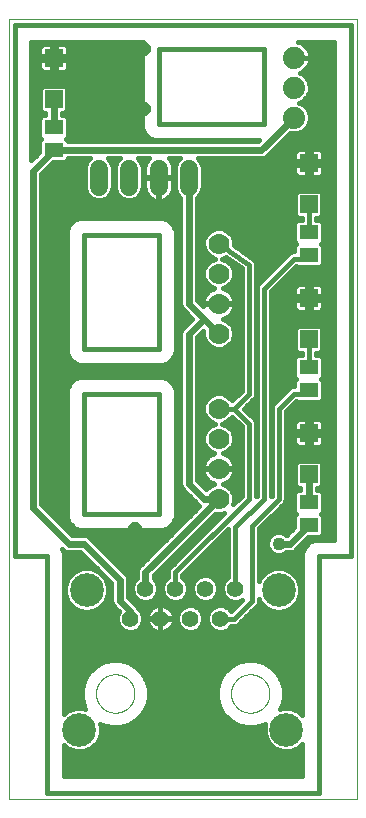
<source format=gtl>
G75*
%MOIN*%
%OFA0B0*%
%FSLAX25Y25*%
%IPPOS*%
%LPD*%
%AMOC8*
5,1,8,0,0,1.08239X$1,22.5*
%
%ADD10C,0.00000*%
%ADD11C,0.01600*%
%ADD12C,0.07000*%
%ADD13C,0.05543*%
%ADD14C,0.11220*%
%ADD15C,0.07400*%
%ADD16R,0.05906X0.05906*%
%ADD17R,0.06299X0.05118*%
%ADD18C,0.06000*%
%ADD19C,0.02400*%
%ADD20C,0.04356*%
%ADD21OC8,0.04356*%
D10*
X0001000Y0001000D02*
X0117142Y0001000D01*
X0117142Y0260843D01*
X0001000Y0260843D01*
X0001000Y0001000D01*
X0030100Y0036000D02*
X0030102Y0036160D01*
X0030108Y0036319D01*
X0030118Y0036478D01*
X0030132Y0036637D01*
X0030150Y0036796D01*
X0030171Y0036954D01*
X0030197Y0037111D01*
X0030227Y0037268D01*
X0030260Y0037424D01*
X0030298Y0037579D01*
X0030339Y0037733D01*
X0030384Y0037886D01*
X0030433Y0038038D01*
X0030486Y0038189D01*
X0030542Y0038338D01*
X0030603Y0038486D01*
X0030666Y0038632D01*
X0030734Y0038777D01*
X0030805Y0038920D01*
X0030879Y0039061D01*
X0030957Y0039200D01*
X0031039Y0039337D01*
X0031124Y0039472D01*
X0031212Y0039605D01*
X0031304Y0039736D01*
X0031398Y0039864D01*
X0031496Y0039990D01*
X0031597Y0040114D01*
X0031701Y0040235D01*
X0031808Y0040353D01*
X0031918Y0040469D01*
X0032031Y0040582D01*
X0032147Y0040692D01*
X0032265Y0040799D01*
X0032386Y0040903D01*
X0032510Y0041004D01*
X0032636Y0041102D01*
X0032764Y0041196D01*
X0032895Y0041288D01*
X0033028Y0041376D01*
X0033163Y0041461D01*
X0033300Y0041543D01*
X0033439Y0041621D01*
X0033580Y0041695D01*
X0033723Y0041766D01*
X0033868Y0041834D01*
X0034014Y0041897D01*
X0034162Y0041958D01*
X0034311Y0042014D01*
X0034462Y0042067D01*
X0034614Y0042116D01*
X0034767Y0042161D01*
X0034921Y0042202D01*
X0035076Y0042240D01*
X0035232Y0042273D01*
X0035389Y0042303D01*
X0035546Y0042329D01*
X0035704Y0042350D01*
X0035863Y0042368D01*
X0036022Y0042382D01*
X0036181Y0042392D01*
X0036340Y0042398D01*
X0036500Y0042400D01*
X0036660Y0042398D01*
X0036819Y0042392D01*
X0036978Y0042382D01*
X0037137Y0042368D01*
X0037296Y0042350D01*
X0037454Y0042329D01*
X0037611Y0042303D01*
X0037768Y0042273D01*
X0037924Y0042240D01*
X0038079Y0042202D01*
X0038233Y0042161D01*
X0038386Y0042116D01*
X0038538Y0042067D01*
X0038689Y0042014D01*
X0038838Y0041958D01*
X0038986Y0041897D01*
X0039132Y0041834D01*
X0039277Y0041766D01*
X0039420Y0041695D01*
X0039561Y0041621D01*
X0039700Y0041543D01*
X0039837Y0041461D01*
X0039972Y0041376D01*
X0040105Y0041288D01*
X0040236Y0041196D01*
X0040364Y0041102D01*
X0040490Y0041004D01*
X0040614Y0040903D01*
X0040735Y0040799D01*
X0040853Y0040692D01*
X0040969Y0040582D01*
X0041082Y0040469D01*
X0041192Y0040353D01*
X0041299Y0040235D01*
X0041403Y0040114D01*
X0041504Y0039990D01*
X0041602Y0039864D01*
X0041696Y0039736D01*
X0041788Y0039605D01*
X0041876Y0039472D01*
X0041961Y0039337D01*
X0042043Y0039200D01*
X0042121Y0039061D01*
X0042195Y0038920D01*
X0042266Y0038777D01*
X0042334Y0038632D01*
X0042397Y0038486D01*
X0042458Y0038338D01*
X0042514Y0038189D01*
X0042567Y0038038D01*
X0042616Y0037886D01*
X0042661Y0037733D01*
X0042702Y0037579D01*
X0042740Y0037424D01*
X0042773Y0037268D01*
X0042803Y0037111D01*
X0042829Y0036954D01*
X0042850Y0036796D01*
X0042868Y0036637D01*
X0042882Y0036478D01*
X0042892Y0036319D01*
X0042898Y0036160D01*
X0042900Y0036000D01*
X0042898Y0035840D01*
X0042892Y0035681D01*
X0042882Y0035522D01*
X0042868Y0035363D01*
X0042850Y0035204D01*
X0042829Y0035046D01*
X0042803Y0034889D01*
X0042773Y0034732D01*
X0042740Y0034576D01*
X0042702Y0034421D01*
X0042661Y0034267D01*
X0042616Y0034114D01*
X0042567Y0033962D01*
X0042514Y0033811D01*
X0042458Y0033662D01*
X0042397Y0033514D01*
X0042334Y0033368D01*
X0042266Y0033223D01*
X0042195Y0033080D01*
X0042121Y0032939D01*
X0042043Y0032800D01*
X0041961Y0032663D01*
X0041876Y0032528D01*
X0041788Y0032395D01*
X0041696Y0032264D01*
X0041602Y0032136D01*
X0041504Y0032010D01*
X0041403Y0031886D01*
X0041299Y0031765D01*
X0041192Y0031647D01*
X0041082Y0031531D01*
X0040969Y0031418D01*
X0040853Y0031308D01*
X0040735Y0031201D01*
X0040614Y0031097D01*
X0040490Y0030996D01*
X0040364Y0030898D01*
X0040236Y0030804D01*
X0040105Y0030712D01*
X0039972Y0030624D01*
X0039837Y0030539D01*
X0039700Y0030457D01*
X0039561Y0030379D01*
X0039420Y0030305D01*
X0039277Y0030234D01*
X0039132Y0030166D01*
X0038986Y0030103D01*
X0038838Y0030042D01*
X0038689Y0029986D01*
X0038538Y0029933D01*
X0038386Y0029884D01*
X0038233Y0029839D01*
X0038079Y0029798D01*
X0037924Y0029760D01*
X0037768Y0029727D01*
X0037611Y0029697D01*
X0037454Y0029671D01*
X0037296Y0029650D01*
X0037137Y0029632D01*
X0036978Y0029618D01*
X0036819Y0029608D01*
X0036660Y0029602D01*
X0036500Y0029600D01*
X0036340Y0029602D01*
X0036181Y0029608D01*
X0036022Y0029618D01*
X0035863Y0029632D01*
X0035704Y0029650D01*
X0035546Y0029671D01*
X0035389Y0029697D01*
X0035232Y0029727D01*
X0035076Y0029760D01*
X0034921Y0029798D01*
X0034767Y0029839D01*
X0034614Y0029884D01*
X0034462Y0029933D01*
X0034311Y0029986D01*
X0034162Y0030042D01*
X0034014Y0030103D01*
X0033868Y0030166D01*
X0033723Y0030234D01*
X0033580Y0030305D01*
X0033439Y0030379D01*
X0033300Y0030457D01*
X0033163Y0030539D01*
X0033028Y0030624D01*
X0032895Y0030712D01*
X0032764Y0030804D01*
X0032636Y0030898D01*
X0032510Y0030996D01*
X0032386Y0031097D01*
X0032265Y0031201D01*
X0032147Y0031308D01*
X0032031Y0031418D01*
X0031918Y0031531D01*
X0031808Y0031647D01*
X0031701Y0031765D01*
X0031597Y0031886D01*
X0031496Y0032010D01*
X0031398Y0032136D01*
X0031304Y0032264D01*
X0031212Y0032395D01*
X0031124Y0032528D01*
X0031039Y0032663D01*
X0030957Y0032800D01*
X0030879Y0032939D01*
X0030805Y0033080D01*
X0030734Y0033223D01*
X0030666Y0033368D01*
X0030603Y0033514D01*
X0030542Y0033662D01*
X0030486Y0033811D01*
X0030433Y0033962D01*
X0030384Y0034114D01*
X0030339Y0034267D01*
X0030298Y0034421D01*
X0030260Y0034576D01*
X0030227Y0034732D01*
X0030197Y0034889D01*
X0030171Y0035046D01*
X0030150Y0035204D01*
X0030132Y0035363D01*
X0030118Y0035522D01*
X0030108Y0035681D01*
X0030102Y0035840D01*
X0030100Y0036000D01*
X0075100Y0036000D02*
X0075102Y0036160D01*
X0075108Y0036319D01*
X0075118Y0036478D01*
X0075132Y0036637D01*
X0075150Y0036796D01*
X0075171Y0036954D01*
X0075197Y0037111D01*
X0075227Y0037268D01*
X0075260Y0037424D01*
X0075298Y0037579D01*
X0075339Y0037733D01*
X0075384Y0037886D01*
X0075433Y0038038D01*
X0075486Y0038189D01*
X0075542Y0038338D01*
X0075603Y0038486D01*
X0075666Y0038632D01*
X0075734Y0038777D01*
X0075805Y0038920D01*
X0075879Y0039061D01*
X0075957Y0039200D01*
X0076039Y0039337D01*
X0076124Y0039472D01*
X0076212Y0039605D01*
X0076304Y0039736D01*
X0076398Y0039864D01*
X0076496Y0039990D01*
X0076597Y0040114D01*
X0076701Y0040235D01*
X0076808Y0040353D01*
X0076918Y0040469D01*
X0077031Y0040582D01*
X0077147Y0040692D01*
X0077265Y0040799D01*
X0077386Y0040903D01*
X0077510Y0041004D01*
X0077636Y0041102D01*
X0077764Y0041196D01*
X0077895Y0041288D01*
X0078028Y0041376D01*
X0078163Y0041461D01*
X0078300Y0041543D01*
X0078439Y0041621D01*
X0078580Y0041695D01*
X0078723Y0041766D01*
X0078868Y0041834D01*
X0079014Y0041897D01*
X0079162Y0041958D01*
X0079311Y0042014D01*
X0079462Y0042067D01*
X0079614Y0042116D01*
X0079767Y0042161D01*
X0079921Y0042202D01*
X0080076Y0042240D01*
X0080232Y0042273D01*
X0080389Y0042303D01*
X0080546Y0042329D01*
X0080704Y0042350D01*
X0080863Y0042368D01*
X0081022Y0042382D01*
X0081181Y0042392D01*
X0081340Y0042398D01*
X0081500Y0042400D01*
X0081660Y0042398D01*
X0081819Y0042392D01*
X0081978Y0042382D01*
X0082137Y0042368D01*
X0082296Y0042350D01*
X0082454Y0042329D01*
X0082611Y0042303D01*
X0082768Y0042273D01*
X0082924Y0042240D01*
X0083079Y0042202D01*
X0083233Y0042161D01*
X0083386Y0042116D01*
X0083538Y0042067D01*
X0083689Y0042014D01*
X0083838Y0041958D01*
X0083986Y0041897D01*
X0084132Y0041834D01*
X0084277Y0041766D01*
X0084420Y0041695D01*
X0084561Y0041621D01*
X0084700Y0041543D01*
X0084837Y0041461D01*
X0084972Y0041376D01*
X0085105Y0041288D01*
X0085236Y0041196D01*
X0085364Y0041102D01*
X0085490Y0041004D01*
X0085614Y0040903D01*
X0085735Y0040799D01*
X0085853Y0040692D01*
X0085969Y0040582D01*
X0086082Y0040469D01*
X0086192Y0040353D01*
X0086299Y0040235D01*
X0086403Y0040114D01*
X0086504Y0039990D01*
X0086602Y0039864D01*
X0086696Y0039736D01*
X0086788Y0039605D01*
X0086876Y0039472D01*
X0086961Y0039337D01*
X0087043Y0039200D01*
X0087121Y0039061D01*
X0087195Y0038920D01*
X0087266Y0038777D01*
X0087334Y0038632D01*
X0087397Y0038486D01*
X0087458Y0038338D01*
X0087514Y0038189D01*
X0087567Y0038038D01*
X0087616Y0037886D01*
X0087661Y0037733D01*
X0087702Y0037579D01*
X0087740Y0037424D01*
X0087773Y0037268D01*
X0087803Y0037111D01*
X0087829Y0036954D01*
X0087850Y0036796D01*
X0087868Y0036637D01*
X0087882Y0036478D01*
X0087892Y0036319D01*
X0087898Y0036160D01*
X0087900Y0036000D01*
X0087898Y0035840D01*
X0087892Y0035681D01*
X0087882Y0035522D01*
X0087868Y0035363D01*
X0087850Y0035204D01*
X0087829Y0035046D01*
X0087803Y0034889D01*
X0087773Y0034732D01*
X0087740Y0034576D01*
X0087702Y0034421D01*
X0087661Y0034267D01*
X0087616Y0034114D01*
X0087567Y0033962D01*
X0087514Y0033811D01*
X0087458Y0033662D01*
X0087397Y0033514D01*
X0087334Y0033368D01*
X0087266Y0033223D01*
X0087195Y0033080D01*
X0087121Y0032939D01*
X0087043Y0032800D01*
X0086961Y0032663D01*
X0086876Y0032528D01*
X0086788Y0032395D01*
X0086696Y0032264D01*
X0086602Y0032136D01*
X0086504Y0032010D01*
X0086403Y0031886D01*
X0086299Y0031765D01*
X0086192Y0031647D01*
X0086082Y0031531D01*
X0085969Y0031418D01*
X0085853Y0031308D01*
X0085735Y0031201D01*
X0085614Y0031097D01*
X0085490Y0030996D01*
X0085364Y0030898D01*
X0085236Y0030804D01*
X0085105Y0030712D01*
X0084972Y0030624D01*
X0084837Y0030539D01*
X0084700Y0030457D01*
X0084561Y0030379D01*
X0084420Y0030305D01*
X0084277Y0030234D01*
X0084132Y0030166D01*
X0083986Y0030103D01*
X0083838Y0030042D01*
X0083689Y0029986D01*
X0083538Y0029933D01*
X0083386Y0029884D01*
X0083233Y0029839D01*
X0083079Y0029798D01*
X0082924Y0029760D01*
X0082768Y0029727D01*
X0082611Y0029697D01*
X0082454Y0029671D01*
X0082296Y0029650D01*
X0082137Y0029632D01*
X0081978Y0029618D01*
X0081819Y0029608D01*
X0081660Y0029602D01*
X0081500Y0029600D01*
X0081340Y0029602D01*
X0081181Y0029608D01*
X0081022Y0029618D01*
X0080863Y0029632D01*
X0080704Y0029650D01*
X0080546Y0029671D01*
X0080389Y0029697D01*
X0080232Y0029727D01*
X0080076Y0029760D01*
X0079921Y0029798D01*
X0079767Y0029839D01*
X0079614Y0029884D01*
X0079462Y0029933D01*
X0079311Y0029986D01*
X0079162Y0030042D01*
X0079014Y0030103D01*
X0078868Y0030166D01*
X0078723Y0030234D01*
X0078580Y0030305D01*
X0078439Y0030379D01*
X0078300Y0030457D01*
X0078163Y0030539D01*
X0078028Y0030624D01*
X0077895Y0030712D01*
X0077764Y0030804D01*
X0077636Y0030898D01*
X0077510Y0030996D01*
X0077386Y0031097D01*
X0077265Y0031201D01*
X0077147Y0031308D01*
X0077031Y0031418D01*
X0076918Y0031531D01*
X0076808Y0031647D01*
X0076701Y0031765D01*
X0076597Y0031886D01*
X0076496Y0032010D01*
X0076398Y0032136D01*
X0076304Y0032264D01*
X0076212Y0032395D01*
X0076124Y0032528D01*
X0076039Y0032663D01*
X0075957Y0032800D01*
X0075879Y0032939D01*
X0075805Y0033080D01*
X0075734Y0033223D01*
X0075666Y0033368D01*
X0075603Y0033514D01*
X0075542Y0033662D01*
X0075486Y0033811D01*
X0075433Y0033962D01*
X0075384Y0034114D01*
X0075339Y0034267D01*
X0075298Y0034421D01*
X0075260Y0034576D01*
X0075227Y0034732D01*
X0075197Y0034889D01*
X0075171Y0035046D01*
X0075150Y0035204D01*
X0075132Y0035363D01*
X0075118Y0035522D01*
X0075108Y0035681D01*
X0075102Y0035840D01*
X0075100Y0036000D01*
D11*
X0071063Y0031677D02*
X0072538Y0029123D01*
X0074623Y0027038D01*
X0077177Y0025563D01*
X0080025Y0024800D01*
X0082975Y0024800D01*
X0085823Y0025563D01*
X0086507Y0025958D01*
X0086290Y0025434D01*
X0086290Y0022566D01*
X0087387Y0019916D01*
X0089416Y0017887D01*
X0092066Y0016790D01*
X0094934Y0016790D01*
X0097584Y0017887D01*
X0098762Y0019065D01*
X0098762Y0008568D01*
X0019380Y0008568D01*
X0019380Y0018924D01*
X0020416Y0017887D01*
X0023066Y0016790D01*
X0025934Y0016790D01*
X0028584Y0017887D01*
X0030613Y0019916D01*
X0031710Y0022566D01*
X0031710Y0025434D01*
X0031493Y0025958D01*
X0032177Y0025563D01*
X0035025Y0024800D01*
X0037975Y0024800D01*
X0040823Y0025563D01*
X0043377Y0027038D01*
X0045462Y0029123D01*
X0046937Y0031677D01*
X0047700Y0034525D01*
X0047700Y0037475D01*
X0046937Y0040323D01*
X0045462Y0042877D01*
X0043377Y0044962D01*
X0040823Y0046437D01*
X0037975Y0047200D01*
X0035025Y0047200D01*
X0032177Y0046437D01*
X0029623Y0044962D01*
X0027538Y0042877D01*
X0026063Y0040323D01*
X0025300Y0037475D01*
X0025300Y0034525D01*
X0026063Y0031677D01*
X0026458Y0030993D01*
X0025934Y0031210D01*
X0023066Y0031210D01*
X0020416Y0030113D01*
X0019380Y0029076D01*
X0019380Y0082823D01*
X0018787Y0084253D01*
X0019414Y0083626D01*
X0020443Y0083200D01*
X0024840Y0083200D01*
X0035200Y0072840D01*
X0035200Y0066443D01*
X0035626Y0065414D01*
X0036414Y0064626D01*
X0037727Y0063314D01*
X0037128Y0061870D01*
X0037128Y0060130D01*
X0037794Y0058524D01*
X0039024Y0057294D01*
X0040630Y0056628D01*
X0042370Y0056628D01*
X0043976Y0057294D01*
X0045206Y0058524D01*
X0045872Y0060130D01*
X0045872Y0061870D01*
X0045206Y0063476D01*
X0044070Y0064613D01*
X0043874Y0065086D01*
X0040800Y0068160D01*
X0040800Y0074557D01*
X0040374Y0075586D01*
X0027586Y0088374D01*
X0026557Y0088800D01*
X0022160Y0088800D01*
X0011800Y0099160D01*
X0011800Y0209100D01*
X0015801Y0213101D01*
X0019812Y0213101D01*
X0020750Y0214038D01*
X0020750Y0214460D01*
X0027954Y0214460D01*
X0027100Y0213606D01*
X0026400Y0211915D01*
X0026400Y0204085D01*
X0027100Y0202394D01*
X0028394Y0201100D01*
X0030085Y0200400D01*
X0031915Y0200400D01*
X0033606Y0201100D01*
X0034900Y0202394D01*
X0035600Y0204085D01*
X0035600Y0211915D01*
X0034900Y0213606D01*
X0034046Y0214460D01*
X0037954Y0214460D01*
X0037100Y0213606D01*
X0036400Y0211915D01*
X0036400Y0204085D01*
X0037100Y0202394D01*
X0038394Y0201100D01*
X0040085Y0200400D01*
X0041915Y0200400D01*
X0043606Y0201100D01*
X0044900Y0202394D01*
X0045600Y0204085D01*
X0045600Y0211915D01*
X0044900Y0213606D01*
X0044046Y0214460D01*
X0047672Y0214460D01*
X0047339Y0214127D01*
X0046895Y0213516D01*
X0046552Y0212843D01*
X0046318Y0212124D01*
X0046200Y0211378D01*
X0046200Y0208200D01*
X0050800Y0208200D01*
X0050800Y0207800D01*
X0051200Y0207800D01*
X0051200Y0208200D01*
X0055800Y0208200D01*
X0055800Y0211378D01*
X0055682Y0212124D01*
X0055448Y0212843D01*
X0055105Y0213516D01*
X0054661Y0214127D01*
X0054328Y0214460D01*
X0057954Y0214460D01*
X0057100Y0213606D01*
X0056400Y0211915D01*
X0056400Y0204085D01*
X0057100Y0202394D01*
X0058200Y0201295D01*
X0058200Y0165443D01*
X0058626Y0164414D01*
X0062040Y0161000D01*
X0058626Y0157586D01*
X0058200Y0156557D01*
X0058200Y0105443D01*
X0058626Y0104414D01*
X0059414Y0103626D01*
X0064414Y0098626D01*
X0064593Y0098552D01*
X0044126Y0078086D01*
X0043700Y0077057D01*
X0043700Y0074382D01*
X0042794Y0073476D01*
X0042128Y0071870D01*
X0042128Y0070130D01*
X0042794Y0068524D01*
X0044024Y0067294D01*
X0045630Y0066628D01*
X0047370Y0066628D01*
X0048976Y0067294D01*
X0050206Y0068524D01*
X0050872Y0070130D01*
X0050872Y0071870D01*
X0050206Y0073476D01*
X0049300Y0074382D01*
X0049300Y0075340D01*
X0069897Y0095937D01*
X0069986Y0095900D01*
X0072014Y0095900D01*
X0072853Y0096248D01*
X0054465Y0077859D01*
X0054100Y0076977D01*
X0054100Y0074738D01*
X0054024Y0074706D01*
X0052794Y0073476D01*
X0052128Y0071870D01*
X0052128Y0070130D01*
X0052794Y0068524D01*
X0054024Y0067294D01*
X0055630Y0066628D01*
X0057370Y0066628D01*
X0058976Y0067294D01*
X0060206Y0068524D01*
X0060872Y0070130D01*
X0060872Y0071870D01*
X0060206Y0073476D01*
X0058976Y0074706D01*
X0058900Y0074738D01*
X0058900Y0075506D01*
X0074100Y0090706D01*
X0074100Y0074738D01*
X0074024Y0074706D01*
X0072794Y0073476D01*
X0072128Y0071870D01*
X0072128Y0070130D01*
X0072794Y0068524D01*
X0074024Y0067294D01*
X0075630Y0066628D01*
X0077370Y0066628D01*
X0078846Y0067240D01*
X0075144Y0063538D01*
X0073976Y0064706D01*
X0072370Y0065372D01*
X0070630Y0065372D01*
X0069024Y0064706D01*
X0067794Y0063476D01*
X0067128Y0061870D01*
X0067128Y0060130D01*
X0067794Y0058524D01*
X0069024Y0057294D01*
X0070630Y0056628D01*
X0072370Y0056628D01*
X0073976Y0057294D01*
X0075206Y0058524D01*
X0075238Y0058600D01*
X0076477Y0058600D01*
X0077359Y0058965D01*
X0083359Y0064965D01*
X0084035Y0065641D01*
X0084400Y0066523D01*
X0084400Y0067581D01*
X0084887Y0066404D01*
X0086916Y0064376D01*
X0089566Y0063278D01*
X0092434Y0063278D01*
X0095084Y0064376D01*
X0097113Y0066404D01*
X0098210Y0069054D01*
X0098210Y0071922D01*
X0097113Y0074572D01*
X0095084Y0076601D01*
X0092434Y0077698D01*
X0089566Y0077698D01*
X0086916Y0076601D01*
X0084887Y0074572D01*
X0084400Y0073396D01*
X0084400Y0091006D01*
X0092359Y0098965D01*
X0093035Y0099641D01*
X0093400Y0100523D01*
X0093400Y0130006D01*
X0096841Y0133447D01*
X0097188Y0133101D01*
X0104812Y0133101D01*
X0105750Y0134038D01*
X0105750Y0140482D01*
X0105231Y0141000D01*
X0105750Y0141518D01*
X0105750Y0147962D01*
X0104812Y0148899D01*
X0103400Y0148899D01*
X0103400Y0149557D01*
X0104615Y0149557D01*
X0105553Y0150495D01*
X0105553Y0157726D01*
X0104615Y0158663D01*
X0097384Y0158663D01*
X0096447Y0157726D01*
X0096447Y0150495D01*
X0097384Y0149557D01*
X0098600Y0149557D01*
X0098600Y0148899D01*
X0097188Y0148899D01*
X0096250Y0147962D01*
X0096250Y0141518D01*
X0096769Y0141000D01*
X0096250Y0140482D01*
X0096250Y0138400D01*
X0095523Y0138400D01*
X0094641Y0138035D01*
X0093965Y0137359D01*
X0088965Y0132359D01*
X0088600Y0131477D01*
X0088600Y0101994D01*
X0088400Y0101794D01*
X0088400Y0170006D01*
X0096841Y0178447D01*
X0097188Y0178101D01*
X0104812Y0178101D01*
X0105750Y0179038D01*
X0105750Y0185482D01*
X0105231Y0186000D01*
X0105750Y0186518D01*
X0105750Y0192962D01*
X0104812Y0193899D01*
X0103400Y0193899D01*
X0103400Y0194557D01*
X0104615Y0194557D01*
X0105553Y0195495D01*
X0105553Y0202726D01*
X0104615Y0203663D01*
X0097384Y0203663D01*
X0096447Y0202726D01*
X0096447Y0195495D01*
X0097384Y0194557D01*
X0098600Y0194557D01*
X0098600Y0193899D01*
X0097188Y0193899D01*
X0096250Y0192962D01*
X0096250Y0186518D01*
X0096769Y0186000D01*
X0096250Y0185482D01*
X0096250Y0183400D01*
X0095523Y0183400D01*
X0094641Y0183035D01*
X0093965Y0182359D01*
X0083965Y0172359D01*
X0083600Y0171477D01*
X0083600Y0101994D01*
X0083400Y0101794D01*
X0083400Y0126477D01*
X0083035Y0127359D01*
X0079394Y0131000D01*
X0083035Y0134641D01*
X0083400Y0135523D01*
X0083400Y0178737D01*
X0083446Y0178947D01*
X0083400Y0179210D01*
X0083400Y0179477D01*
X0083318Y0179676D01*
X0083280Y0179887D01*
X0083137Y0180113D01*
X0083035Y0180359D01*
X0082883Y0180511D01*
X0082767Y0180692D01*
X0082548Y0180846D01*
X0082359Y0181035D01*
X0082161Y0181117D01*
X0076100Y0185360D01*
X0076100Y0187014D01*
X0075324Y0188889D01*
X0073889Y0190324D01*
X0072014Y0191100D01*
X0069986Y0191100D01*
X0068111Y0190324D01*
X0066676Y0188889D01*
X0065900Y0187014D01*
X0065900Y0184986D01*
X0066676Y0183111D01*
X0068111Y0181676D01*
X0069744Y0181000D01*
X0068111Y0180324D01*
X0066676Y0178889D01*
X0065900Y0177014D01*
X0065900Y0174986D01*
X0066676Y0173111D01*
X0068111Y0171676D01*
X0069521Y0171092D01*
X0068966Y0170912D01*
X0068222Y0170533D01*
X0067547Y0170043D01*
X0066957Y0169453D01*
X0066467Y0168778D01*
X0066088Y0168034D01*
X0065830Y0167241D01*
X0065700Y0166417D01*
X0065700Y0166184D01*
X0070816Y0166184D01*
X0070816Y0165816D01*
X0065700Y0165816D01*
X0065700Y0165583D01*
X0065761Y0165199D01*
X0063800Y0167160D01*
X0063800Y0201295D01*
X0064900Y0202394D01*
X0065600Y0204085D01*
X0065600Y0211915D01*
X0064900Y0213606D01*
X0064046Y0214460D01*
X0085817Y0214460D01*
X0086846Y0214886D01*
X0094744Y0222784D01*
X0094946Y0222700D01*
X0097054Y0222700D01*
X0099002Y0223507D01*
X0100493Y0224998D01*
X0101300Y0226946D01*
X0101300Y0229054D01*
X0100493Y0231002D01*
X0099002Y0232493D01*
X0097778Y0233000D01*
X0099002Y0233507D01*
X0100493Y0234998D01*
X0101300Y0236946D01*
X0101300Y0239054D01*
X0100493Y0241002D01*
X0099002Y0242493D01*
X0098056Y0242885D01*
X0098111Y0242903D01*
X0098883Y0243296D01*
X0099583Y0243805D01*
X0100195Y0244417D01*
X0100704Y0245117D01*
X0101097Y0245889D01*
X0101365Y0246712D01*
X0101500Y0247567D01*
X0101500Y0248000D01*
X0101500Y0248433D01*
X0101365Y0249288D01*
X0101097Y0250111D01*
X0100704Y0250883D01*
X0100195Y0251583D01*
X0099583Y0252195D01*
X0098883Y0252704D01*
X0098111Y0253097D01*
X0097567Y0253274D01*
X0109573Y0253274D01*
X0109573Y0087309D01*
X0103248Y0087309D01*
X0101190Y0086456D01*
X0099615Y0084881D01*
X0098762Y0082823D01*
X0098762Y0028935D01*
X0097584Y0030113D01*
X0094934Y0031210D01*
X0092066Y0031210D01*
X0091542Y0030993D01*
X0091937Y0031677D01*
X0092700Y0034525D01*
X0092700Y0037475D01*
X0091937Y0040323D01*
X0090462Y0042877D01*
X0088377Y0044962D01*
X0085823Y0046437D01*
X0082975Y0047200D01*
X0080025Y0047200D01*
X0077177Y0046437D01*
X0074623Y0044962D01*
X0072538Y0042877D01*
X0071063Y0040323D01*
X0070300Y0037475D01*
X0070300Y0034525D01*
X0071063Y0031677D01*
X0071239Y0031372D02*
X0046760Y0031372D01*
X0047283Y0032970D02*
X0070717Y0032970D01*
X0070300Y0034569D02*
X0047700Y0034569D01*
X0047700Y0036167D02*
X0070300Y0036167D01*
X0070378Y0037766D02*
X0047622Y0037766D01*
X0047194Y0039364D02*
X0070806Y0039364D01*
X0071433Y0040963D02*
X0046567Y0040963D01*
X0045644Y0042561D02*
X0072356Y0042561D01*
X0073821Y0044160D02*
X0044179Y0044160D01*
X0041998Y0045758D02*
X0076002Y0045758D01*
X0073141Y0056948D02*
X0098762Y0056948D01*
X0098762Y0058546D02*
X0075216Y0058546D01*
X0076000Y0061000D02*
X0082000Y0067000D01*
X0082000Y0092000D01*
X0091000Y0101000D01*
X0091000Y0131000D01*
X0096000Y0136000D01*
X0099740Y0136000D01*
X0101000Y0137260D01*
X0101000Y0144740D02*
X0101000Y0154110D01*
X0104720Y0149662D02*
X0109573Y0149662D01*
X0109573Y0151260D02*
X0105553Y0151260D01*
X0105553Y0152859D02*
X0109573Y0152859D01*
X0109573Y0154457D02*
X0105553Y0154457D01*
X0105553Y0156056D02*
X0109573Y0156056D01*
X0109573Y0157654D02*
X0105553Y0157654D01*
X0104190Y0163137D02*
X0104648Y0163260D01*
X0105058Y0163497D01*
X0105393Y0163832D01*
X0105630Y0164242D01*
X0105753Y0164700D01*
X0105753Y0167213D01*
X0101676Y0167213D01*
X0101676Y0163137D01*
X0104190Y0163137D01*
X0105518Y0164048D02*
X0109573Y0164048D01*
X0109573Y0162450D02*
X0088400Y0162450D01*
X0088400Y0164048D02*
X0096482Y0164048D01*
X0096370Y0164242D02*
X0096607Y0163832D01*
X0096942Y0163497D01*
X0097352Y0163260D01*
X0097810Y0163137D01*
X0100324Y0163137D01*
X0100324Y0167213D01*
X0101676Y0167213D01*
X0101676Y0168566D01*
X0100324Y0168566D01*
X0100324Y0172643D01*
X0097810Y0172643D01*
X0097352Y0172520D01*
X0096942Y0172283D01*
X0096607Y0171948D01*
X0096370Y0171537D01*
X0096247Y0171079D01*
X0096247Y0168566D01*
X0100324Y0168566D01*
X0100324Y0167213D01*
X0096247Y0167213D01*
X0096247Y0164700D01*
X0096370Y0164242D01*
X0096247Y0165647D02*
X0088400Y0165647D01*
X0088400Y0167245D02*
X0100324Y0167245D01*
X0100324Y0165647D02*
X0101676Y0165647D01*
X0101676Y0167245D02*
X0109573Y0167245D01*
X0109573Y0165647D02*
X0105753Y0165647D01*
X0105753Y0168566D02*
X0105753Y0171079D01*
X0105630Y0171537D01*
X0105393Y0171948D01*
X0105058Y0172283D01*
X0104648Y0172520D01*
X0104190Y0172643D01*
X0101676Y0172643D01*
X0101676Y0168566D01*
X0105753Y0168566D01*
X0105753Y0168844D02*
X0109573Y0168844D01*
X0109573Y0170442D02*
X0105753Y0170442D01*
X0105300Y0172041D02*
X0109573Y0172041D01*
X0109573Y0173639D02*
X0092033Y0173639D01*
X0090435Y0172041D02*
X0096700Y0172041D01*
X0096247Y0170442D02*
X0088836Y0170442D01*
X0088400Y0168844D02*
X0096247Y0168844D01*
X0093632Y0175238D02*
X0109573Y0175238D01*
X0109573Y0176836D02*
X0095230Y0176836D01*
X0096829Y0178435D02*
X0096854Y0178435D01*
X0096000Y0181000D02*
X0099740Y0181000D01*
X0101000Y0182260D01*
X0101000Y0189740D02*
X0101000Y0199110D01*
X0098600Y0194420D02*
X0063800Y0194420D01*
X0063800Y0196018D02*
X0096447Y0196018D01*
X0096447Y0197617D02*
X0063800Y0197617D01*
X0063800Y0199215D02*
X0096447Y0199215D01*
X0096447Y0200814D02*
X0063800Y0200814D01*
X0064907Y0202412D02*
X0096447Y0202412D01*
X0097810Y0208137D02*
X0100324Y0208137D01*
X0100324Y0212213D01*
X0101676Y0212213D01*
X0101676Y0208137D01*
X0104190Y0208137D01*
X0104648Y0208260D01*
X0105058Y0208497D01*
X0105393Y0208832D01*
X0105630Y0209242D01*
X0105753Y0209700D01*
X0105753Y0212213D01*
X0101676Y0212213D01*
X0101676Y0213566D01*
X0100324Y0213566D01*
X0100324Y0217643D01*
X0097810Y0217643D01*
X0097352Y0217520D01*
X0096942Y0217283D01*
X0096607Y0216948D01*
X0096370Y0216537D01*
X0096247Y0216079D01*
X0096247Y0213566D01*
X0100324Y0213566D01*
X0100324Y0212213D01*
X0096247Y0212213D01*
X0096247Y0209700D01*
X0096370Y0209242D01*
X0096607Y0208832D01*
X0096942Y0208497D01*
X0097352Y0208260D01*
X0097810Y0208137D01*
X0096632Y0208806D02*
X0065600Y0208806D01*
X0065600Y0207208D02*
X0109573Y0207208D01*
X0109573Y0208806D02*
X0105368Y0208806D01*
X0105753Y0210405D02*
X0109573Y0210405D01*
X0109573Y0212003D02*
X0105753Y0212003D01*
X0105753Y0213566D02*
X0105753Y0216079D01*
X0105630Y0216537D01*
X0105393Y0216948D01*
X0105058Y0217283D01*
X0104648Y0217520D01*
X0104190Y0217643D01*
X0101676Y0217643D01*
X0101676Y0213566D01*
X0105753Y0213566D01*
X0105753Y0213602D02*
X0109573Y0213602D01*
X0109573Y0215201D02*
X0105753Y0215201D01*
X0105479Y0216799D02*
X0109573Y0216799D01*
X0109573Y0218398D02*
X0090357Y0218398D01*
X0091956Y0219996D02*
X0109573Y0219996D01*
X0109573Y0221595D02*
X0093554Y0221595D01*
X0096521Y0216799D02*
X0088759Y0216799D01*
X0087160Y0215201D02*
X0096247Y0215201D01*
X0096247Y0213602D02*
X0064901Y0213602D01*
X0065563Y0212003D02*
X0096247Y0212003D01*
X0096247Y0210405D02*
X0065600Y0210405D01*
X0065600Y0205609D02*
X0109573Y0205609D01*
X0109573Y0204011D02*
X0065569Y0204011D01*
X0063800Y0192821D02*
X0096250Y0192821D01*
X0096250Y0191223D02*
X0063800Y0191223D01*
X0063800Y0189624D02*
X0067412Y0189624D01*
X0066319Y0188026D02*
X0063800Y0188026D01*
X0063800Y0186427D02*
X0065900Y0186427D01*
X0065965Y0184829D02*
X0063800Y0184829D01*
X0063800Y0183230D02*
X0066627Y0183230D01*
X0068219Y0181632D02*
X0063800Y0181632D01*
X0063800Y0180033D02*
X0067821Y0180033D01*
X0066488Y0178435D02*
X0063800Y0178435D01*
X0063800Y0176836D02*
X0065900Y0176836D01*
X0065900Y0175238D02*
X0063800Y0175238D01*
X0063800Y0173639D02*
X0066458Y0173639D01*
X0067747Y0172041D02*
X0063800Y0172041D01*
X0063800Y0170442D02*
X0068097Y0170442D01*
X0066515Y0168844D02*
X0063800Y0168844D01*
X0063800Y0167245D02*
X0065832Y0167245D01*
X0065700Y0165647D02*
X0065313Y0165647D01*
X0061891Y0160851D02*
X0056600Y0160851D01*
X0056600Y0159253D02*
X0060293Y0159253D01*
X0058694Y0157654D02*
X0056600Y0157654D01*
X0056600Y0156056D02*
X0058200Y0156056D01*
X0058200Y0154457D02*
X0056600Y0154457D01*
X0056600Y0152859D02*
X0058200Y0152859D01*
X0058200Y0151260D02*
X0056600Y0151260D01*
X0056600Y0152114D02*
X0056600Y0149886D01*
X0055747Y0147828D01*
X0054172Y0146253D01*
X0052114Y0145400D01*
X0024886Y0145400D01*
X0022828Y0146253D01*
X0021253Y0147828D01*
X0020400Y0149886D01*
X0020400Y0190114D01*
X0021253Y0192172D01*
X0022828Y0193747D01*
X0024886Y0194600D01*
X0052114Y0194600D01*
X0054172Y0193747D01*
X0055747Y0192172D01*
X0056600Y0190114D01*
X0056600Y0152114D01*
X0056507Y0149662D02*
X0058200Y0149662D01*
X0058200Y0148063D02*
X0055845Y0148063D01*
X0054384Y0146465D02*
X0058200Y0146465D01*
X0058200Y0144866D02*
X0011800Y0144866D01*
X0011800Y0143268D02*
X0058200Y0143268D01*
X0058200Y0141669D02*
X0011800Y0141669D01*
X0011800Y0140070D02*
X0022151Y0140070D01*
X0022828Y0140747D02*
X0021253Y0139172D01*
X0020400Y0137114D01*
X0020400Y0094886D01*
X0021253Y0092828D01*
X0022828Y0091253D01*
X0024886Y0090400D01*
X0027114Y0090400D01*
X0052114Y0090400D01*
X0054172Y0091253D01*
X0055747Y0092828D01*
X0056600Y0094886D01*
X0056600Y0137114D01*
X0055747Y0139172D01*
X0054172Y0140747D01*
X0052114Y0141600D01*
X0024886Y0141600D01*
X0022828Y0140747D01*
X0020963Y0138472D02*
X0011800Y0138472D01*
X0011800Y0136873D02*
X0020400Y0136873D01*
X0020400Y0135275D02*
X0011800Y0135275D01*
X0011800Y0133676D02*
X0020400Y0133676D01*
X0020400Y0132078D02*
X0011800Y0132078D01*
X0011800Y0130479D02*
X0020400Y0130479D01*
X0020400Y0128881D02*
X0011800Y0128881D01*
X0011800Y0127282D02*
X0020400Y0127282D01*
X0020400Y0125684D02*
X0011800Y0125684D01*
X0011800Y0124085D02*
X0020400Y0124085D01*
X0020400Y0122487D02*
X0011800Y0122487D01*
X0011800Y0120888D02*
X0020400Y0120888D01*
X0020400Y0119290D02*
X0011800Y0119290D01*
X0011800Y0117691D02*
X0020400Y0117691D01*
X0020400Y0116093D02*
X0011800Y0116093D01*
X0011800Y0114494D02*
X0020400Y0114494D01*
X0020400Y0112896D02*
X0011800Y0112896D01*
X0011800Y0111297D02*
X0020400Y0111297D01*
X0020400Y0109699D02*
X0011800Y0109699D01*
X0011800Y0108100D02*
X0020400Y0108100D01*
X0020400Y0106502D02*
X0011800Y0106502D01*
X0011800Y0104903D02*
X0020400Y0104903D01*
X0020400Y0103305D02*
X0011800Y0103305D01*
X0011800Y0101706D02*
X0020400Y0101706D01*
X0020400Y0100108D02*
X0011800Y0100108D01*
X0012451Y0098509D02*
X0020400Y0098509D01*
X0020400Y0096911D02*
X0014049Y0096911D01*
X0015648Y0095312D02*
X0020400Y0095312D01*
X0020886Y0093714D02*
X0017246Y0093714D01*
X0018845Y0092115D02*
X0021965Y0092115D01*
X0020443Y0090517D02*
X0024605Y0090517D01*
X0022042Y0088918D02*
X0054958Y0088918D01*
X0053360Y0087320D02*
X0028640Y0087320D01*
X0030239Y0085721D02*
X0051761Y0085721D01*
X0050163Y0084123D02*
X0031837Y0084123D01*
X0033436Y0082524D02*
X0048564Y0082524D01*
X0046966Y0080926D02*
X0035034Y0080926D01*
X0036633Y0079327D02*
X0045367Y0079327D01*
X0043978Y0077729D02*
X0038231Y0077729D01*
X0039830Y0076130D02*
X0043700Y0076130D01*
X0043700Y0074532D02*
X0040800Y0074532D01*
X0040800Y0072933D02*
X0042569Y0072933D01*
X0042128Y0071334D02*
X0040800Y0071334D01*
X0040800Y0069736D02*
X0042292Y0069736D01*
X0043180Y0068137D02*
X0040822Y0068137D01*
X0042421Y0066539D02*
X0078145Y0066539D01*
X0076546Y0064940D02*
X0073411Y0064940D01*
X0073180Y0068137D02*
X0069820Y0068137D01*
X0070206Y0068524D02*
X0070872Y0070130D01*
X0070872Y0071870D01*
X0070206Y0073476D01*
X0068976Y0074706D01*
X0067370Y0075372D01*
X0065630Y0075372D01*
X0064024Y0074706D01*
X0062794Y0073476D01*
X0062128Y0071870D01*
X0062128Y0070130D01*
X0062794Y0068524D01*
X0064024Y0067294D01*
X0065630Y0066628D01*
X0067370Y0066628D01*
X0068976Y0067294D01*
X0070206Y0068524D01*
X0070708Y0069736D02*
X0072292Y0069736D01*
X0072128Y0071334D02*
X0070872Y0071334D01*
X0070431Y0072933D02*
X0072569Y0072933D01*
X0073849Y0074532D02*
X0069151Y0074532D01*
X0065918Y0082524D02*
X0074100Y0082524D01*
X0074100Y0080926D02*
X0064320Y0080926D01*
X0062721Y0079327D02*
X0074100Y0079327D01*
X0074100Y0077729D02*
X0061123Y0077729D01*
X0059524Y0076130D02*
X0074100Y0076130D01*
X0076500Y0071000D02*
X0076500Y0091500D01*
X0086000Y0101000D01*
X0086000Y0171000D01*
X0096000Y0181000D01*
X0095113Y0183230D02*
X0079142Y0183230D01*
X0076858Y0184829D02*
X0096250Y0184829D01*
X0096341Y0186427D02*
X0076100Y0186427D01*
X0075681Y0188026D02*
X0096250Y0188026D01*
X0096250Y0189624D02*
X0074588Y0189624D01*
X0071000Y0186000D02*
X0081000Y0179000D01*
X0081000Y0136000D01*
X0076000Y0131000D01*
X0071000Y0131000D01*
X0069986Y0136100D02*
X0068111Y0135324D01*
X0066676Y0133889D01*
X0065900Y0132014D01*
X0065900Y0129986D01*
X0066676Y0128111D01*
X0068111Y0126676D01*
X0069744Y0126000D01*
X0068111Y0125324D01*
X0066676Y0123889D01*
X0065900Y0122014D01*
X0065900Y0119986D01*
X0066676Y0118111D01*
X0068111Y0116676D01*
X0069521Y0116092D01*
X0068966Y0115912D01*
X0068222Y0115533D01*
X0067547Y0115043D01*
X0066957Y0114453D01*
X0066467Y0113778D01*
X0066088Y0113034D01*
X0065830Y0112241D01*
X0065700Y0111417D01*
X0065700Y0111184D01*
X0070816Y0111184D01*
X0070816Y0110816D01*
X0065700Y0110816D01*
X0065700Y0110583D01*
X0065830Y0109759D01*
X0066088Y0108966D01*
X0066467Y0108222D01*
X0066957Y0107547D01*
X0067547Y0106957D01*
X0068222Y0106467D01*
X0068966Y0106088D01*
X0069521Y0105908D01*
X0068111Y0105324D01*
X0066874Y0104086D01*
X0063800Y0107160D01*
X0063800Y0154840D01*
X0065900Y0156940D01*
X0065900Y0154986D01*
X0066676Y0153111D01*
X0068111Y0151676D01*
X0069986Y0150900D01*
X0072014Y0150900D01*
X0073889Y0151676D01*
X0075324Y0153111D01*
X0076100Y0154986D01*
X0076100Y0157014D01*
X0075324Y0158889D01*
X0073889Y0160324D01*
X0072479Y0160908D01*
X0073034Y0161088D01*
X0073778Y0161467D01*
X0074453Y0161957D01*
X0075043Y0162547D01*
X0075533Y0163222D01*
X0075912Y0163966D01*
X0076169Y0164759D01*
X0076300Y0165583D01*
X0076300Y0165816D01*
X0071184Y0165816D01*
X0071184Y0166184D01*
X0076300Y0166184D01*
X0076300Y0166417D01*
X0076169Y0167241D01*
X0075912Y0168034D01*
X0075533Y0168778D01*
X0075043Y0169453D01*
X0074453Y0170043D01*
X0073778Y0170533D01*
X0073034Y0170912D01*
X0072479Y0171092D01*
X0073889Y0171676D01*
X0075324Y0173111D01*
X0076100Y0174986D01*
X0076100Y0177014D01*
X0075324Y0178889D01*
X0073889Y0180324D01*
X0072256Y0181000D01*
X0073325Y0181443D01*
X0078600Y0177750D01*
X0078600Y0136994D01*
X0075374Y0133768D01*
X0075324Y0133889D01*
X0073889Y0135324D01*
X0072014Y0136100D01*
X0069986Y0136100D01*
X0068062Y0135275D02*
X0063800Y0135275D01*
X0063800Y0136873D02*
X0078479Y0136873D01*
X0078600Y0138472D02*
X0063800Y0138472D01*
X0063800Y0140070D02*
X0078600Y0140070D01*
X0078600Y0141669D02*
X0063800Y0141669D01*
X0063800Y0143268D02*
X0078600Y0143268D01*
X0078600Y0144866D02*
X0063800Y0144866D01*
X0063800Y0146465D02*
X0078600Y0146465D01*
X0078600Y0148063D02*
X0063800Y0148063D01*
X0063800Y0149662D02*
X0078600Y0149662D01*
X0078600Y0151260D02*
X0072884Y0151260D01*
X0075071Y0152859D02*
X0078600Y0152859D01*
X0078600Y0154457D02*
X0075881Y0154457D01*
X0076100Y0156056D02*
X0078600Y0156056D01*
X0078600Y0157654D02*
X0075835Y0157654D01*
X0074960Y0159253D02*
X0078600Y0159253D01*
X0078600Y0160851D02*
X0072615Y0160851D01*
X0074945Y0162450D02*
X0078600Y0162450D01*
X0078600Y0164048D02*
X0075939Y0164048D01*
X0076300Y0165647D02*
X0078600Y0165647D01*
X0078600Y0167245D02*
X0076168Y0167245D01*
X0075485Y0168844D02*
X0078600Y0168844D01*
X0078600Y0170442D02*
X0073903Y0170442D01*
X0074253Y0172041D02*
X0078600Y0172041D01*
X0078600Y0173639D02*
X0075542Y0173639D01*
X0076100Y0175238D02*
X0078600Y0175238D01*
X0078600Y0176836D02*
X0076100Y0176836D01*
X0075512Y0178435D02*
X0077622Y0178435D01*
X0075339Y0180033D02*
X0074179Y0180033D01*
X0081425Y0181632D02*
X0093238Y0181632D01*
X0093965Y0182359D02*
X0093965Y0182359D01*
X0091639Y0180033D02*
X0083187Y0180033D01*
X0083400Y0178435D02*
X0090041Y0178435D01*
X0088442Y0176836D02*
X0083400Y0176836D01*
X0083400Y0175238D02*
X0086844Y0175238D01*
X0085245Y0173639D02*
X0083400Y0173639D01*
X0083400Y0172041D02*
X0083833Y0172041D01*
X0083600Y0170442D02*
X0083400Y0170442D01*
X0083400Y0168844D02*
X0083600Y0168844D01*
X0083600Y0167245D02*
X0083400Y0167245D01*
X0083400Y0165647D02*
X0083600Y0165647D01*
X0083600Y0164048D02*
X0083400Y0164048D01*
X0083400Y0162450D02*
X0083600Y0162450D01*
X0083600Y0160851D02*
X0083400Y0160851D01*
X0083400Y0159253D02*
X0083600Y0159253D01*
X0083600Y0157654D02*
X0083400Y0157654D01*
X0083400Y0156056D02*
X0083600Y0156056D01*
X0083600Y0154457D02*
X0083400Y0154457D01*
X0083400Y0152859D02*
X0083600Y0152859D01*
X0083600Y0151260D02*
X0083400Y0151260D01*
X0083400Y0149662D02*
X0083600Y0149662D01*
X0083600Y0148063D02*
X0083400Y0148063D01*
X0083400Y0146465D02*
X0083600Y0146465D01*
X0083600Y0144866D02*
X0083400Y0144866D01*
X0083400Y0143268D02*
X0083600Y0143268D01*
X0083600Y0141669D02*
X0083400Y0141669D01*
X0083400Y0140070D02*
X0083600Y0140070D01*
X0083600Y0138472D02*
X0083400Y0138472D01*
X0083400Y0136873D02*
X0083600Y0136873D01*
X0083600Y0135275D02*
X0083297Y0135275D01*
X0083600Y0133676D02*
X0082071Y0133676D01*
X0083600Y0132078D02*
X0080472Y0132078D01*
X0079915Y0130479D02*
X0083600Y0130479D01*
X0083600Y0128881D02*
X0081513Y0128881D01*
X0081000Y0126000D02*
X0076000Y0131000D01*
X0076881Y0135275D02*
X0073938Y0135275D01*
X0075374Y0128232D02*
X0078600Y0125006D01*
X0078600Y0101994D01*
X0075752Y0099147D01*
X0076100Y0099986D01*
X0076100Y0102014D01*
X0075324Y0103889D01*
X0073889Y0105324D01*
X0072479Y0105908D01*
X0073034Y0106088D01*
X0073778Y0106467D01*
X0074453Y0106957D01*
X0075043Y0107547D01*
X0075533Y0108222D01*
X0075912Y0108966D01*
X0076169Y0109759D01*
X0076300Y0110583D01*
X0076300Y0110816D01*
X0071184Y0110816D01*
X0071184Y0111184D01*
X0076300Y0111184D01*
X0076300Y0111417D01*
X0076169Y0112241D01*
X0075912Y0113034D01*
X0075533Y0113778D01*
X0075043Y0114453D01*
X0074453Y0115043D01*
X0073778Y0115533D01*
X0073034Y0115912D01*
X0072479Y0116092D01*
X0073889Y0116676D01*
X0075324Y0118111D01*
X0076100Y0119986D01*
X0076100Y0122014D01*
X0075324Y0123889D01*
X0073889Y0125324D01*
X0072256Y0126000D01*
X0073889Y0126676D01*
X0075324Y0128111D01*
X0075374Y0128232D01*
X0074495Y0127282D02*
X0076323Y0127282D01*
X0077922Y0125684D02*
X0073019Y0125684D01*
X0075127Y0124085D02*
X0078600Y0124085D01*
X0078600Y0122487D02*
X0075904Y0122487D01*
X0076100Y0120888D02*
X0078600Y0120888D01*
X0078600Y0119290D02*
X0075812Y0119290D01*
X0074904Y0117691D02*
X0078600Y0117691D01*
X0078600Y0116093D02*
X0072480Y0116093D01*
X0075001Y0114494D02*
X0078600Y0114494D01*
X0078600Y0112896D02*
X0075957Y0112896D01*
X0076300Y0111297D02*
X0078600Y0111297D01*
X0078600Y0109699D02*
X0076150Y0109699D01*
X0075444Y0108100D02*
X0078600Y0108100D01*
X0078600Y0106502D02*
X0073826Y0106502D01*
X0074309Y0104903D02*
X0078600Y0104903D01*
X0078600Y0103305D02*
X0075566Y0103305D01*
X0076100Y0101706D02*
X0078312Y0101706D01*
X0076714Y0100108D02*
X0076100Y0100108D01*
X0081000Y0101000D02*
X0081000Y0126000D01*
X0083400Y0125684D02*
X0083600Y0125684D01*
X0083600Y0127282D02*
X0083067Y0127282D01*
X0083400Y0124085D02*
X0083600Y0124085D01*
X0083600Y0122487D02*
X0083400Y0122487D01*
X0083400Y0120888D02*
X0083600Y0120888D01*
X0083600Y0119290D02*
X0083400Y0119290D01*
X0083400Y0117691D02*
X0083600Y0117691D01*
X0083600Y0116093D02*
X0083400Y0116093D01*
X0083400Y0114494D02*
X0083600Y0114494D01*
X0083600Y0112896D02*
X0083400Y0112896D01*
X0083400Y0111297D02*
X0083600Y0111297D01*
X0083600Y0109699D02*
X0083400Y0109699D01*
X0083400Y0108100D02*
X0083600Y0108100D01*
X0083600Y0106502D02*
X0083400Y0106502D01*
X0083400Y0104903D02*
X0083600Y0104903D01*
X0083600Y0103305D02*
X0083400Y0103305D01*
X0081000Y0101000D02*
X0056500Y0076500D01*
X0056500Y0071000D01*
X0053180Y0068137D02*
X0049820Y0068137D01*
X0050708Y0069736D02*
X0052292Y0069736D01*
X0052128Y0071334D02*
X0050872Y0071334D01*
X0050431Y0072933D02*
X0052569Y0072933D01*
X0053849Y0074532D02*
X0049300Y0074532D01*
X0050090Y0076130D02*
X0054100Y0076130D01*
X0054411Y0077729D02*
X0051688Y0077729D01*
X0053287Y0079327D02*
X0055933Y0079327D01*
X0054885Y0080926D02*
X0057531Y0080926D01*
X0056484Y0082524D02*
X0059130Y0082524D01*
X0058082Y0084123D02*
X0060728Y0084123D01*
X0059681Y0085721D02*
X0062327Y0085721D01*
X0061279Y0087320D02*
X0063926Y0087320D01*
X0062878Y0088918D02*
X0065524Y0088918D01*
X0064476Y0090517D02*
X0067123Y0090517D01*
X0066075Y0092115D02*
X0068721Y0092115D01*
X0067673Y0093714D02*
X0070320Y0093714D01*
X0069272Y0095312D02*
X0071918Y0095312D01*
X0073911Y0090517D02*
X0074100Y0090517D01*
X0074100Y0088918D02*
X0072312Y0088918D01*
X0070714Y0087320D02*
X0074100Y0087320D01*
X0074100Y0085721D02*
X0069115Y0085721D01*
X0067517Y0084123D02*
X0074100Y0084123D01*
X0063849Y0074532D02*
X0059151Y0074532D01*
X0060431Y0072933D02*
X0062569Y0072933D01*
X0062128Y0071334D02*
X0060872Y0071334D01*
X0060708Y0069736D02*
X0062292Y0069736D01*
X0063180Y0068137D02*
X0059820Y0068137D01*
X0060630Y0065372D02*
X0059024Y0064706D01*
X0057794Y0063476D01*
X0057128Y0061870D01*
X0057128Y0060130D01*
X0057794Y0058524D01*
X0059024Y0057294D01*
X0060630Y0056628D01*
X0062370Y0056628D01*
X0063976Y0057294D01*
X0065206Y0058524D01*
X0065872Y0060130D01*
X0065872Y0061870D01*
X0065206Y0063476D01*
X0063976Y0064706D01*
X0062370Y0065372D01*
X0060630Y0065372D01*
X0059589Y0064940D02*
X0053836Y0064940D01*
X0053896Y0064910D02*
X0053255Y0065237D01*
X0052571Y0065459D01*
X0051860Y0065572D01*
X0051586Y0065572D01*
X0051586Y0061086D01*
X0056072Y0061086D01*
X0056072Y0061360D01*
X0055959Y0062071D01*
X0055737Y0062755D01*
X0055410Y0063396D01*
X0054987Y0063978D01*
X0054478Y0064487D01*
X0053896Y0064910D01*
X0055438Y0063342D02*
X0057738Y0063342D01*
X0057128Y0061743D02*
X0056011Y0061743D01*
X0056072Y0060914D02*
X0051586Y0060914D01*
X0051586Y0061086D01*
X0051414Y0061086D01*
X0051414Y0065572D01*
X0051140Y0065572D01*
X0050429Y0065459D01*
X0049745Y0065237D01*
X0049104Y0064910D01*
X0048522Y0064487D01*
X0048013Y0063978D01*
X0047590Y0063396D01*
X0047263Y0062755D01*
X0047041Y0062071D01*
X0046928Y0061360D01*
X0046928Y0061086D01*
X0051414Y0061086D01*
X0051414Y0060914D01*
X0051586Y0060914D01*
X0051586Y0056428D01*
X0051860Y0056428D01*
X0052571Y0056541D01*
X0053255Y0056763D01*
X0053896Y0057090D01*
X0054478Y0057513D01*
X0054987Y0058022D01*
X0055410Y0058604D01*
X0055737Y0059245D01*
X0055959Y0059929D01*
X0056072Y0060640D01*
X0056072Y0060914D01*
X0055993Y0060145D02*
X0057128Y0060145D01*
X0057784Y0058546D02*
X0055368Y0058546D01*
X0053617Y0056948D02*
X0059859Y0056948D01*
X0063141Y0056948D02*
X0069859Y0056948D01*
X0067784Y0058546D02*
X0065216Y0058546D01*
X0065872Y0060145D02*
X0067128Y0060145D01*
X0067128Y0061743D02*
X0065872Y0061743D01*
X0065262Y0063342D02*
X0067738Y0063342D01*
X0069589Y0064940D02*
X0063411Y0064940D01*
X0071500Y0061000D02*
X0076000Y0061000D01*
X0078539Y0060145D02*
X0098762Y0060145D01*
X0098762Y0061743D02*
X0080138Y0061743D01*
X0081736Y0063342D02*
X0089411Y0063342D01*
X0086351Y0064940D02*
X0083335Y0064940D01*
X0084400Y0066539D02*
X0084832Y0066539D01*
X0084870Y0074532D02*
X0084400Y0074532D01*
X0084400Y0076130D02*
X0086445Y0076130D01*
X0084400Y0077729D02*
X0098762Y0077729D01*
X0098762Y0079327D02*
X0084400Y0079327D01*
X0084400Y0080926D02*
X0098762Y0080926D01*
X0098762Y0082524D02*
X0092481Y0082524D01*
X0093140Y0082797D02*
X0093543Y0083200D01*
X0095297Y0083200D01*
X0096326Y0083626D01*
X0097114Y0084414D01*
X0100801Y0088101D01*
X0104812Y0088101D01*
X0105750Y0089038D01*
X0105750Y0095482D01*
X0105231Y0096000D01*
X0105750Y0096518D01*
X0105750Y0102962D01*
X0104812Y0103899D01*
X0103800Y0103899D01*
X0103800Y0104557D01*
X0104615Y0104557D01*
X0105553Y0105495D01*
X0105553Y0112726D01*
X0104615Y0113663D01*
X0097384Y0113663D01*
X0096447Y0112726D01*
X0096447Y0105495D01*
X0097384Y0104557D01*
X0098200Y0104557D01*
X0098200Y0103899D01*
X0097188Y0103899D01*
X0096250Y0102962D01*
X0096250Y0096518D01*
X0096769Y0096000D01*
X0096250Y0095482D01*
X0096250Y0091470D01*
X0093580Y0088800D01*
X0093543Y0088800D01*
X0093140Y0089203D01*
X0091751Y0089778D01*
X0090249Y0089778D01*
X0088860Y0089203D01*
X0087797Y0088140D01*
X0087222Y0086751D01*
X0087222Y0085249D01*
X0087797Y0083860D01*
X0088860Y0082797D01*
X0090249Y0082222D01*
X0091751Y0082222D01*
X0093140Y0082797D01*
X0093425Y0088918D02*
X0093698Y0088918D01*
X0095297Y0090517D02*
X0084400Y0090517D01*
X0084400Y0088918D02*
X0088575Y0088918D01*
X0087457Y0087320D02*
X0084400Y0087320D01*
X0084400Y0085721D02*
X0087222Y0085721D01*
X0087688Y0084123D02*
X0084400Y0084123D01*
X0084400Y0082524D02*
X0089519Y0082524D01*
X0085509Y0092115D02*
X0096250Y0092115D01*
X0096250Y0093714D02*
X0087108Y0093714D01*
X0088706Y0095312D02*
X0096250Y0095312D01*
X0096250Y0096911D02*
X0090305Y0096911D01*
X0091903Y0098509D02*
X0096250Y0098509D01*
X0096250Y0100108D02*
X0093228Y0100108D01*
X0093400Y0101706D02*
X0096250Y0101706D01*
X0096593Y0103305D02*
X0093400Y0103305D01*
X0093400Y0104903D02*
X0097039Y0104903D01*
X0096447Y0106502D02*
X0093400Y0106502D01*
X0093400Y0108100D02*
X0096447Y0108100D01*
X0096447Y0109699D02*
X0093400Y0109699D01*
X0093400Y0111297D02*
X0096447Y0111297D01*
X0096617Y0112896D02*
X0093400Y0112896D01*
X0093400Y0114494D02*
X0109573Y0114494D01*
X0109573Y0112896D02*
X0105383Y0112896D01*
X0105553Y0111297D02*
X0109573Y0111297D01*
X0109573Y0109699D02*
X0105553Y0109699D01*
X0105553Y0108100D02*
X0109573Y0108100D01*
X0109573Y0106502D02*
X0105553Y0106502D01*
X0104961Y0104903D02*
X0109573Y0104903D01*
X0109573Y0103305D02*
X0105407Y0103305D01*
X0105750Y0101706D02*
X0109573Y0101706D01*
X0109573Y0100108D02*
X0105750Y0100108D01*
X0105750Y0098509D02*
X0109573Y0098509D01*
X0109573Y0096911D02*
X0105750Y0096911D01*
X0105750Y0095312D02*
X0109573Y0095312D01*
X0109573Y0093714D02*
X0105750Y0093714D01*
X0105750Y0092115D02*
X0109573Y0092115D01*
X0109573Y0090517D02*
X0105750Y0090517D01*
X0105630Y0088918D02*
X0109573Y0088918D01*
X0109573Y0087320D02*
X0100020Y0087320D01*
X0100455Y0085721D02*
X0098421Y0085721D01*
X0099301Y0084123D02*
X0096823Y0084123D01*
X0095555Y0076130D02*
X0098762Y0076130D01*
X0098762Y0074532D02*
X0097130Y0074532D01*
X0097792Y0072933D02*
X0098762Y0072933D01*
X0098762Y0071334D02*
X0098210Y0071334D01*
X0098210Y0069736D02*
X0098762Y0069736D01*
X0098762Y0068137D02*
X0097831Y0068137D01*
X0097168Y0066539D02*
X0098762Y0066539D01*
X0098762Y0064940D02*
X0095649Y0064940D01*
X0092589Y0063342D02*
X0098762Y0063342D01*
X0098762Y0055349D02*
X0019380Y0055349D01*
X0019380Y0053751D02*
X0098762Y0053751D01*
X0098762Y0052152D02*
X0019380Y0052152D01*
X0019380Y0050554D02*
X0098762Y0050554D01*
X0098762Y0048955D02*
X0019380Y0048955D01*
X0019380Y0047357D02*
X0098762Y0047357D01*
X0098762Y0045758D02*
X0086998Y0045758D01*
X0089179Y0044160D02*
X0098762Y0044160D01*
X0098762Y0042561D02*
X0090644Y0042561D01*
X0091567Y0040963D02*
X0098762Y0040963D01*
X0098762Y0039364D02*
X0092194Y0039364D01*
X0092622Y0037766D02*
X0098762Y0037766D01*
X0098762Y0036167D02*
X0092700Y0036167D01*
X0092700Y0034569D02*
X0098762Y0034569D01*
X0098762Y0032970D02*
X0092283Y0032970D01*
X0091760Y0031372D02*
X0098762Y0031372D01*
X0098762Y0029773D02*
X0097924Y0029773D01*
X0098280Y0018584D02*
X0098762Y0018584D01*
X0098762Y0016985D02*
X0095406Y0016985D01*
X0098762Y0015387D02*
X0019380Y0015387D01*
X0019380Y0016985D02*
X0022594Y0016985D01*
X0019720Y0018584D02*
X0019380Y0018584D01*
X0019380Y0013788D02*
X0098762Y0013788D01*
X0098762Y0012190D02*
X0019380Y0012190D01*
X0019380Y0010591D02*
X0098762Y0010591D01*
X0098762Y0008993D02*
X0019380Y0008993D01*
X0013780Y0002969D02*
X0013780Y0081709D01*
X0002969Y0081709D01*
X0002969Y0258874D01*
X0115173Y0258874D01*
X0115173Y0081709D01*
X0104362Y0081709D01*
X0104362Y0002969D01*
X0013780Y0002969D01*
X0019380Y0029773D02*
X0020076Y0029773D01*
X0019380Y0031372D02*
X0026239Y0031372D01*
X0025717Y0032970D02*
X0019380Y0032970D01*
X0019380Y0034569D02*
X0025300Y0034569D01*
X0025300Y0036167D02*
X0019380Y0036167D01*
X0019380Y0037766D02*
X0025378Y0037766D01*
X0025806Y0039364D02*
X0019380Y0039364D01*
X0019380Y0040963D02*
X0026433Y0040963D01*
X0027356Y0042561D02*
X0019380Y0042561D01*
X0019380Y0044160D02*
X0028821Y0044160D01*
X0031002Y0045758D02*
X0019380Y0045758D01*
X0019380Y0056948D02*
X0039859Y0056948D01*
X0037784Y0058546D02*
X0019380Y0058546D01*
X0019380Y0060145D02*
X0037128Y0060145D01*
X0037128Y0061743D02*
X0019380Y0061743D01*
X0019380Y0063342D02*
X0025411Y0063342D01*
X0025566Y0063278D02*
X0028434Y0063278D01*
X0031084Y0064376D01*
X0033113Y0066404D01*
X0034210Y0069054D01*
X0034210Y0071922D01*
X0033113Y0074572D01*
X0031084Y0076601D01*
X0028434Y0077698D01*
X0025566Y0077698D01*
X0022916Y0076601D01*
X0020887Y0074572D01*
X0019790Y0071922D01*
X0019790Y0069054D01*
X0020887Y0066404D01*
X0022916Y0064376D01*
X0025566Y0063278D01*
X0028589Y0063342D02*
X0037698Y0063342D01*
X0036100Y0064940D02*
X0031649Y0064940D01*
X0033168Y0066539D02*
X0035200Y0066539D01*
X0035200Y0068137D02*
X0033831Y0068137D01*
X0034210Y0069736D02*
X0035200Y0069736D01*
X0035200Y0071334D02*
X0034210Y0071334D01*
X0033792Y0072933D02*
X0035107Y0072933D01*
X0033509Y0074532D02*
X0033130Y0074532D01*
X0031910Y0076130D02*
X0031555Y0076130D01*
X0030312Y0077729D02*
X0019380Y0077729D01*
X0019380Y0079327D02*
X0028713Y0079327D01*
X0027115Y0080926D02*
X0019380Y0080926D01*
X0019380Y0082524D02*
X0025516Y0082524D01*
X0022445Y0076130D02*
X0019380Y0076130D01*
X0019380Y0074532D02*
X0020870Y0074532D01*
X0020208Y0072933D02*
X0019380Y0072933D01*
X0019380Y0071334D02*
X0019790Y0071334D01*
X0019790Y0069736D02*
X0019380Y0069736D01*
X0019380Y0068137D02*
X0020169Y0068137D01*
X0020832Y0066539D02*
X0019380Y0066539D01*
X0019380Y0064940D02*
X0022351Y0064940D01*
X0018918Y0084123D02*
X0018841Y0084123D01*
X0026000Y0096000D02*
X0026000Y0136000D01*
X0051000Y0136000D01*
X0051000Y0096000D01*
X0026000Y0096000D01*
X0043934Y0064940D02*
X0049164Y0064940D01*
X0047562Y0063342D02*
X0045262Y0063342D01*
X0045872Y0061743D02*
X0046989Y0061743D01*
X0046928Y0060914D02*
X0046928Y0060640D01*
X0047041Y0059929D01*
X0047263Y0059245D01*
X0047590Y0058604D01*
X0048013Y0058022D01*
X0048522Y0057513D01*
X0049104Y0057090D01*
X0049745Y0056763D01*
X0050429Y0056541D01*
X0051140Y0056428D01*
X0051414Y0056428D01*
X0051414Y0060914D01*
X0046928Y0060914D01*
X0047007Y0060145D02*
X0045872Y0060145D01*
X0045216Y0058546D02*
X0047632Y0058546D01*
X0049383Y0056948D02*
X0043141Y0056948D01*
X0051414Y0056948D02*
X0051586Y0056948D01*
X0051586Y0058546D02*
X0051414Y0058546D01*
X0051414Y0060145D02*
X0051586Y0060145D01*
X0051586Y0061743D02*
X0051414Y0061743D01*
X0051414Y0063342D02*
X0051586Y0063342D01*
X0051586Y0064940D02*
X0051414Y0064940D01*
X0052395Y0090517D02*
X0056557Y0090517D01*
X0055035Y0092115D02*
X0058155Y0092115D01*
X0059754Y0093714D02*
X0056114Y0093714D01*
X0056600Y0095312D02*
X0061352Y0095312D01*
X0062951Y0096911D02*
X0056600Y0096911D01*
X0056600Y0098509D02*
X0064549Y0098509D01*
X0062932Y0100108D02*
X0056600Y0100108D01*
X0056600Y0101706D02*
X0061334Y0101706D01*
X0059735Y0103305D02*
X0056600Y0103305D01*
X0056600Y0104903D02*
X0058424Y0104903D01*
X0058200Y0106502D02*
X0056600Y0106502D01*
X0056600Y0108100D02*
X0058200Y0108100D01*
X0058200Y0109699D02*
X0056600Y0109699D01*
X0056600Y0111297D02*
X0058200Y0111297D01*
X0058200Y0112896D02*
X0056600Y0112896D01*
X0056600Y0114494D02*
X0058200Y0114494D01*
X0058200Y0116093D02*
X0056600Y0116093D01*
X0056600Y0117691D02*
X0058200Y0117691D01*
X0058200Y0119290D02*
X0056600Y0119290D01*
X0056600Y0120888D02*
X0058200Y0120888D01*
X0058200Y0122487D02*
X0056600Y0122487D01*
X0056600Y0124085D02*
X0058200Y0124085D01*
X0058200Y0125684D02*
X0056600Y0125684D01*
X0056600Y0127282D02*
X0058200Y0127282D01*
X0058200Y0128881D02*
X0056600Y0128881D01*
X0056600Y0130479D02*
X0058200Y0130479D01*
X0058200Y0132078D02*
X0056600Y0132078D01*
X0056600Y0133676D02*
X0058200Y0133676D01*
X0058200Y0135275D02*
X0056600Y0135275D01*
X0056600Y0136873D02*
X0058200Y0136873D01*
X0058200Y0138472D02*
X0056037Y0138472D01*
X0054849Y0140070D02*
X0058200Y0140070D01*
X0063800Y0133676D02*
X0066588Y0133676D01*
X0065926Y0132078D02*
X0063800Y0132078D01*
X0063800Y0130479D02*
X0065900Y0130479D01*
X0066358Y0128881D02*
X0063800Y0128881D01*
X0063800Y0127282D02*
X0067505Y0127282D01*
X0068981Y0125684D02*
X0063800Y0125684D01*
X0063800Y0124085D02*
X0066873Y0124085D01*
X0066096Y0122487D02*
X0063800Y0122487D01*
X0063800Y0120888D02*
X0065900Y0120888D01*
X0066188Y0119290D02*
X0063800Y0119290D01*
X0063800Y0117691D02*
X0067096Y0117691D01*
X0066999Y0114494D02*
X0063800Y0114494D01*
X0063800Y0112896D02*
X0066043Y0112896D01*
X0065700Y0111297D02*
X0063800Y0111297D01*
X0063800Y0109699D02*
X0065850Y0109699D01*
X0066556Y0108100D02*
X0063800Y0108100D01*
X0064458Y0106502D02*
X0068174Y0106502D01*
X0067691Y0104903D02*
X0066057Y0104903D01*
X0063800Y0116093D02*
X0069520Y0116093D01*
X0069116Y0151260D02*
X0063800Y0151260D01*
X0063800Y0152859D02*
X0066929Y0152859D01*
X0066119Y0154457D02*
X0063800Y0154457D01*
X0065015Y0156056D02*
X0065900Y0156056D01*
X0060591Y0162450D02*
X0056600Y0162450D01*
X0056600Y0164048D02*
X0058992Y0164048D01*
X0058200Y0165647D02*
X0056600Y0165647D01*
X0056600Y0167245D02*
X0058200Y0167245D01*
X0058200Y0168844D02*
X0056600Y0168844D01*
X0056600Y0170442D02*
X0058200Y0170442D01*
X0058200Y0172041D02*
X0056600Y0172041D01*
X0056600Y0173639D02*
X0058200Y0173639D01*
X0058200Y0175238D02*
X0056600Y0175238D01*
X0056600Y0176836D02*
X0058200Y0176836D01*
X0058200Y0178435D02*
X0056600Y0178435D01*
X0056600Y0180033D02*
X0058200Y0180033D01*
X0058200Y0181632D02*
X0056600Y0181632D01*
X0056600Y0183230D02*
X0058200Y0183230D01*
X0058200Y0184829D02*
X0056600Y0184829D01*
X0056600Y0186427D02*
X0058200Y0186427D01*
X0058200Y0188026D02*
X0056600Y0188026D01*
X0056600Y0189624D02*
X0058200Y0189624D01*
X0058200Y0191223D02*
X0056141Y0191223D01*
X0055098Y0192821D02*
X0058200Y0192821D01*
X0058200Y0194420D02*
X0052549Y0194420D01*
X0051000Y0189000D02*
X0051000Y0151000D01*
X0026000Y0151000D01*
X0026000Y0189000D01*
X0051000Y0189000D01*
X0050800Y0200200D02*
X0050800Y0207800D01*
X0046200Y0207800D01*
X0046200Y0204622D01*
X0046318Y0203876D01*
X0046552Y0203157D01*
X0046895Y0202484D01*
X0047339Y0201873D01*
X0047873Y0201339D01*
X0048484Y0200895D01*
X0049157Y0200552D01*
X0049876Y0200318D01*
X0050622Y0200200D01*
X0050800Y0200200D01*
X0051200Y0200200D02*
X0051378Y0200200D01*
X0052124Y0200318D01*
X0052843Y0200552D01*
X0053516Y0200895D01*
X0054127Y0201339D01*
X0054661Y0201873D01*
X0055105Y0202484D01*
X0055448Y0203157D01*
X0055682Y0203876D01*
X0055800Y0204622D01*
X0055800Y0207800D01*
X0051200Y0207800D01*
X0051200Y0200200D01*
X0051200Y0200814D02*
X0050800Y0200814D01*
X0050800Y0202412D02*
X0051200Y0202412D01*
X0051200Y0204011D02*
X0050800Y0204011D01*
X0050800Y0205609D02*
X0051200Y0205609D01*
X0051200Y0207208D02*
X0050800Y0207208D01*
X0046200Y0207208D02*
X0045600Y0207208D01*
X0045600Y0208806D02*
X0046200Y0208806D01*
X0046200Y0210405D02*
X0045600Y0210405D01*
X0045563Y0212003D02*
X0046299Y0212003D01*
X0046957Y0213602D02*
X0044901Y0213602D01*
X0045600Y0205609D02*
X0046200Y0205609D01*
X0046297Y0204011D02*
X0045569Y0204011D01*
X0044907Y0202412D02*
X0046947Y0202412D01*
X0048643Y0200814D02*
X0042914Y0200814D01*
X0039086Y0200814D02*
X0032914Y0200814D01*
X0034907Y0202412D02*
X0037093Y0202412D01*
X0036431Y0204011D02*
X0035569Y0204011D01*
X0035600Y0205609D02*
X0036400Y0205609D01*
X0036400Y0207208D02*
X0035600Y0207208D01*
X0035600Y0208806D02*
X0036400Y0208806D01*
X0036400Y0210405D02*
X0035600Y0210405D01*
X0035563Y0212003D02*
X0036437Y0212003D01*
X0037099Y0213602D02*
X0034901Y0213602D01*
X0029086Y0200814D02*
X0011800Y0200814D01*
X0011800Y0202412D02*
X0027093Y0202412D01*
X0026431Y0204011D02*
X0011800Y0204011D01*
X0011800Y0205609D02*
X0026400Y0205609D01*
X0026400Y0207208D02*
X0011800Y0207208D01*
X0011800Y0208806D02*
X0026400Y0208806D01*
X0026400Y0210405D02*
X0013105Y0210405D01*
X0014703Y0212003D02*
X0026437Y0212003D01*
X0027099Y0213602D02*
X0020314Y0213602D01*
X0020750Y0220060D02*
X0084100Y0220060D01*
X0084440Y0220400D01*
X0049886Y0220400D01*
X0047828Y0221253D01*
X0046253Y0222828D01*
X0045400Y0224886D01*
X0045400Y0252114D01*
X0045881Y0253274D01*
X0008568Y0253274D01*
X0008568Y0213788D01*
X0011250Y0216470D01*
X0011250Y0220482D01*
X0011769Y0221000D01*
X0011250Y0221518D01*
X0011250Y0227962D01*
X0012188Y0228899D01*
X0013200Y0228899D01*
X0013200Y0229557D01*
X0012384Y0229557D01*
X0011447Y0230495D01*
X0011447Y0237726D01*
X0012384Y0238663D01*
X0019615Y0238663D01*
X0020553Y0237726D01*
X0020553Y0230495D01*
X0019615Y0229557D01*
X0018800Y0229557D01*
X0018800Y0228899D01*
X0019812Y0228899D01*
X0020750Y0227962D01*
X0020750Y0221518D01*
X0020231Y0221000D01*
X0020750Y0220482D01*
X0020750Y0220060D01*
X0020750Y0221595D02*
X0047486Y0221595D01*
X0046101Y0223193D02*
X0020750Y0223193D01*
X0020750Y0224792D02*
X0045439Y0224792D01*
X0045400Y0226390D02*
X0020750Y0226390D01*
X0020723Y0227989D02*
X0045400Y0227989D01*
X0045400Y0229587D02*
X0019645Y0229587D01*
X0020553Y0231186D02*
X0045400Y0231186D01*
X0045400Y0232784D02*
X0020553Y0232784D01*
X0020553Y0234383D02*
X0045400Y0234383D01*
X0045400Y0235981D02*
X0020553Y0235981D01*
X0020553Y0237580D02*
X0045400Y0237580D01*
X0045400Y0239178D02*
X0008568Y0239178D01*
X0008568Y0237580D02*
X0011447Y0237580D01*
X0011447Y0235981D02*
X0008568Y0235981D01*
X0008568Y0234383D02*
X0011447Y0234383D01*
X0011447Y0232784D02*
X0008568Y0232784D01*
X0008568Y0231186D02*
X0011447Y0231186D01*
X0012355Y0229587D02*
X0008568Y0229587D01*
X0008568Y0227989D02*
X0011277Y0227989D01*
X0011250Y0226390D02*
X0008568Y0226390D01*
X0008568Y0224792D02*
X0011250Y0224792D01*
X0011250Y0223193D02*
X0008568Y0223193D01*
X0008568Y0221595D02*
X0011250Y0221595D01*
X0011250Y0219996D02*
X0008568Y0219996D01*
X0008568Y0218398D02*
X0011250Y0218398D01*
X0011250Y0216799D02*
X0008568Y0216799D01*
X0008568Y0215201D02*
X0009981Y0215201D01*
X0011800Y0199215D02*
X0058200Y0199215D01*
X0058200Y0197617D02*
X0011800Y0197617D01*
X0011800Y0196018D02*
X0058200Y0196018D01*
X0058200Y0200814D02*
X0053357Y0200814D01*
X0055053Y0202412D02*
X0057093Y0202412D01*
X0056431Y0204011D02*
X0055703Y0204011D01*
X0055800Y0205609D02*
X0056400Y0205609D01*
X0056400Y0207208D02*
X0055800Y0207208D01*
X0055800Y0208806D02*
X0056400Y0208806D01*
X0056400Y0210405D02*
X0055800Y0210405D01*
X0055701Y0212003D02*
X0056437Y0212003D01*
X0057099Y0213602D02*
X0055043Y0213602D01*
X0051000Y0226000D02*
X0086000Y0226000D01*
X0086000Y0251000D01*
X0051000Y0251000D01*
X0051000Y0226000D01*
X0045400Y0240777D02*
X0008568Y0240777D01*
X0008568Y0242375D02*
X0045400Y0242375D01*
X0045400Y0243974D02*
X0020475Y0243974D01*
X0020393Y0243832D02*
X0020630Y0244242D01*
X0020753Y0244700D01*
X0020753Y0247213D01*
X0016676Y0247213D01*
X0016676Y0243137D01*
X0019190Y0243137D01*
X0019648Y0243260D01*
X0020058Y0243497D01*
X0020393Y0243832D01*
X0020753Y0245572D02*
X0045400Y0245572D01*
X0045400Y0247171D02*
X0020753Y0247171D01*
X0020753Y0248566D02*
X0020753Y0251079D01*
X0020630Y0251537D01*
X0020393Y0251948D01*
X0020058Y0252283D01*
X0019648Y0252520D01*
X0019190Y0252643D01*
X0016676Y0252643D01*
X0016676Y0248566D01*
X0015324Y0248566D01*
X0015324Y0252643D01*
X0012810Y0252643D01*
X0012352Y0252520D01*
X0011942Y0252283D01*
X0011607Y0251948D01*
X0011370Y0251537D01*
X0011247Y0251079D01*
X0011247Y0248566D01*
X0015324Y0248566D01*
X0015324Y0247213D01*
X0016676Y0247213D01*
X0016676Y0248566D01*
X0020753Y0248566D01*
X0020753Y0248769D02*
X0045400Y0248769D01*
X0045400Y0250368D02*
X0020753Y0250368D01*
X0020375Y0251966D02*
X0045400Y0251966D01*
X0024451Y0194420D02*
X0011800Y0194420D01*
X0011800Y0192821D02*
X0021902Y0192821D01*
X0020859Y0191223D02*
X0011800Y0191223D01*
X0011800Y0189624D02*
X0020400Y0189624D01*
X0020400Y0188026D02*
X0011800Y0188026D01*
X0011800Y0186427D02*
X0020400Y0186427D01*
X0020400Y0184829D02*
X0011800Y0184829D01*
X0011800Y0183230D02*
X0020400Y0183230D01*
X0020400Y0181632D02*
X0011800Y0181632D01*
X0011800Y0180033D02*
X0020400Y0180033D01*
X0020400Y0178435D02*
X0011800Y0178435D01*
X0011800Y0176836D02*
X0020400Y0176836D01*
X0020400Y0175238D02*
X0011800Y0175238D01*
X0011800Y0173639D02*
X0020400Y0173639D01*
X0020400Y0172041D02*
X0011800Y0172041D01*
X0011800Y0170442D02*
X0020400Y0170442D01*
X0020400Y0168844D02*
X0011800Y0168844D01*
X0011800Y0167245D02*
X0020400Y0167245D01*
X0020400Y0165647D02*
X0011800Y0165647D01*
X0011800Y0164048D02*
X0020400Y0164048D01*
X0020400Y0162450D02*
X0011800Y0162450D01*
X0011800Y0160851D02*
X0020400Y0160851D01*
X0020400Y0159253D02*
X0011800Y0159253D01*
X0011800Y0157654D02*
X0020400Y0157654D01*
X0020400Y0156056D02*
X0011800Y0156056D01*
X0011800Y0154457D02*
X0020400Y0154457D01*
X0020400Y0152859D02*
X0011800Y0152859D01*
X0011800Y0151260D02*
X0020400Y0151260D01*
X0020493Y0149662D02*
X0011800Y0149662D01*
X0011800Y0148063D02*
X0021155Y0148063D01*
X0022616Y0146465D02*
X0011800Y0146465D01*
X0012810Y0243137D02*
X0015324Y0243137D01*
X0015324Y0247213D01*
X0011247Y0247213D01*
X0011247Y0244700D01*
X0011370Y0244242D01*
X0011607Y0243832D01*
X0011942Y0243497D01*
X0012352Y0243260D01*
X0012810Y0243137D01*
X0011525Y0243974D02*
X0008568Y0243974D01*
X0008568Y0245572D02*
X0011247Y0245572D01*
X0011247Y0247171D02*
X0008568Y0247171D01*
X0008568Y0248769D02*
X0011247Y0248769D01*
X0011247Y0250368D02*
X0008568Y0250368D01*
X0008568Y0251966D02*
X0011625Y0251966D01*
X0015324Y0251966D02*
X0016676Y0251966D01*
X0016676Y0250368D02*
X0015324Y0250368D01*
X0015324Y0248769D02*
X0016676Y0248769D01*
X0016676Y0247171D02*
X0015324Y0247171D01*
X0015324Y0245572D02*
X0016676Y0245572D01*
X0016676Y0243974D02*
X0015324Y0243974D01*
X0088400Y0160851D02*
X0109573Y0160851D01*
X0109573Y0159253D02*
X0088400Y0159253D01*
X0088400Y0157654D02*
X0096447Y0157654D01*
X0096447Y0156056D02*
X0088400Y0156056D01*
X0088400Y0154457D02*
X0096447Y0154457D01*
X0096447Y0152859D02*
X0088400Y0152859D01*
X0088400Y0151260D02*
X0096447Y0151260D01*
X0097280Y0149662D02*
X0088400Y0149662D01*
X0088400Y0148063D02*
X0096351Y0148063D01*
X0096250Y0146465D02*
X0088400Y0146465D01*
X0088400Y0144866D02*
X0096250Y0144866D01*
X0096250Y0143268D02*
X0088400Y0143268D01*
X0088400Y0141669D02*
X0096250Y0141669D01*
X0096250Y0140070D02*
X0088400Y0140070D01*
X0088400Y0138472D02*
X0096250Y0138472D01*
X0093479Y0136873D02*
X0088400Y0136873D01*
X0088400Y0135275D02*
X0091881Y0135275D01*
X0090282Y0133676D02*
X0088400Y0133676D01*
X0088400Y0132078D02*
X0088849Y0132078D01*
X0088600Y0130479D02*
X0088400Y0130479D01*
X0088400Y0128881D02*
X0088600Y0128881D01*
X0088600Y0127282D02*
X0088400Y0127282D01*
X0088400Y0125684D02*
X0088600Y0125684D01*
X0088600Y0124085D02*
X0088400Y0124085D01*
X0088400Y0122487D02*
X0088600Y0122487D01*
X0088600Y0120888D02*
X0088400Y0120888D01*
X0088400Y0119290D02*
X0088600Y0119290D01*
X0088600Y0117691D02*
X0088400Y0117691D01*
X0088400Y0116093D02*
X0088600Y0116093D01*
X0088600Y0114494D02*
X0088400Y0114494D01*
X0088400Y0112896D02*
X0088600Y0112896D01*
X0088600Y0111297D02*
X0088400Y0111297D01*
X0088400Y0109699D02*
X0088600Y0109699D01*
X0088600Y0108100D02*
X0088400Y0108100D01*
X0088400Y0106502D02*
X0088600Y0106502D01*
X0088600Y0104903D02*
X0088400Y0104903D01*
X0088400Y0103305D02*
X0088600Y0103305D01*
X0093400Y0116093D02*
X0109573Y0116093D01*
X0109573Y0117691D02*
X0093400Y0117691D01*
X0093400Y0119290D02*
X0096357Y0119290D01*
X0096370Y0119242D02*
X0096607Y0118832D01*
X0096942Y0118497D01*
X0097352Y0118260D01*
X0097810Y0118137D01*
X0100324Y0118137D01*
X0100324Y0122213D01*
X0101676Y0122213D01*
X0101676Y0118137D01*
X0104190Y0118137D01*
X0104648Y0118260D01*
X0105058Y0118497D01*
X0105393Y0118832D01*
X0105630Y0119242D01*
X0105753Y0119700D01*
X0105753Y0122213D01*
X0101676Y0122213D01*
X0101676Y0123566D01*
X0100324Y0123566D01*
X0100324Y0127643D01*
X0097810Y0127643D01*
X0097352Y0127520D01*
X0096942Y0127283D01*
X0096607Y0126948D01*
X0096370Y0126537D01*
X0096247Y0126079D01*
X0096247Y0123566D01*
X0100324Y0123566D01*
X0100324Y0122213D01*
X0096247Y0122213D01*
X0096247Y0119700D01*
X0096370Y0119242D01*
X0096247Y0120888D02*
X0093400Y0120888D01*
X0093400Y0122487D02*
X0100324Y0122487D01*
X0100324Y0124085D02*
X0101676Y0124085D01*
X0101676Y0123566D02*
X0101676Y0127643D01*
X0104190Y0127643D01*
X0104648Y0127520D01*
X0105058Y0127283D01*
X0105393Y0126948D01*
X0105630Y0126537D01*
X0105753Y0126079D01*
X0105753Y0123566D01*
X0101676Y0123566D01*
X0101676Y0122487D02*
X0109573Y0122487D01*
X0109573Y0124085D02*
X0105753Y0124085D01*
X0105753Y0125684D02*
X0109573Y0125684D01*
X0109573Y0127282D02*
X0105058Y0127282D01*
X0101676Y0127282D02*
X0100324Y0127282D01*
X0100324Y0125684D02*
X0101676Y0125684D01*
X0101676Y0120888D02*
X0100324Y0120888D01*
X0100324Y0119290D02*
X0101676Y0119290D01*
X0105643Y0119290D02*
X0109573Y0119290D01*
X0109573Y0120888D02*
X0105753Y0120888D01*
X0109573Y0128881D02*
X0093400Y0128881D01*
X0093400Y0127282D02*
X0096942Y0127282D01*
X0096247Y0125684D02*
X0093400Y0125684D01*
X0093400Y0124085D02*
X0096247Y0124085D01*
X0093874Y0130479D02*
X0109573Y0130479D01*
X0109573Y0132078D02*
X0095472Y0132078D01*
X0105388Y0133676D02*
X0109573Y0133676D01*
X0109573Y0135275D02*
X0105750Y0135275D01*
X0105750Y0136873D02*
X0109573Y0136873D01*
X0109573Y0138472D02*
X0105750Y0138472D01*
X0105750Y0140070D02*
X0109573Y0140070D01*
X0109573Y0141669D02*
X0105750Y0141669D01*
X0105750Y0143268D02*
X0109573Y0143268D01*
X0109573Y0144866D02*
X0105750Y0144866D01*
X0105750Y0146465D02*
X0109573Y0146465D01*
X0109573Y0148063D02*
X0105648Y0148063D01*
X0101676Y0164048D02*
X0100324Y0164048D01*
X0100324Y0168844D02*
X0101676Y0168844D01*
X0101676Y0170442D02*
X0100324Y0170442D01*
X0100324Y0172041D02*
X0101676Y0172041D01*
X0105146Y0178435D02*
X0109573Y0178435D01*
X0109573Y0180033D02*
X0105750Y0180033D01*
X0105750Y0181632D02*
X0109573Y0181632D01*
X0109573Y0183230D02*
X0105750Y0183230D01*
X0105750Y0184829D02*
X0109573Y0184829D01*
X0109573Y0186427D02*
X0105659Y0186427D01*
X0105750Y0188026D02*
X0109573Y0188026D01*
X0109573Y0189624D02*
X0105750Y0189624D01*
X0105750Y0191223D02*
X0109573Y0191223D01*
X0109573Y0192821D02*
X0105750Y0192821D01*
X0105553Y0196018D02*
X0109573Y0196018D01*
X0109573Y0194420D02*
X0103400Y0194420D01*
X0105553Y0197617D02*
X0109573Y0197617D01*
X0109573Y0199215D02*
X0105553Y0199215D01*
X0105553Y0200814D02*
X0109573Y0200814D01*
X0109573Y0202412D02*
X0105553Y0202412D01*
X0101676Y0208806D02*
X0100324Y0208806D01*
X0100324Y0210405D02*
X0101676Y0210405D01*
X0101676Y0212003D02*
X0100324Y0212003D01*
X0100324Y0213602D02*
X0101676Y0213602D01*
X0101676Y0215201D02*
X0100324Y0215201D01*
X0100324Y0216799D02*
X0101676Y0216799D01*
X0098245Y0223193D02*
X0109573Y0223193D01*
X0109573Y0224792D02*
X0100287Y0224792D01*
X0101070Y0226390D02*
X0109573Y0226390D01*
X0109573Y0227989D02*
X0101300Y0227989D01*
X0101079Y0229587D02*
X0109573Y0229587D01*
X0109573Y0231186D02*
X0100310Y0231186D01*
X0098300Y0232784D02*
X0109573Y0232784D01*
X0109573Y0234383D02*
X0099878Y0234383D01*
X0100900Y0235981D02*
X0109573Y0235981D01*
X0109573Y0237580D02*
X0101300Y0237580D01*
X0101249Y0239178D02*
X0109573Y0239178D01*
X0109573Y0240777D02*
X0100587Y0240777D01*
X0099120Y0242375D02*
X0109573Y0242375D01*
X0109573Y0243974D02*
X0099752Y0243974D01*
X0100936Y0245572D02*
X0109573Y0245572D01*
X0109573Y0247171D02*
X0101437Y0247171D01*
X0101500Y0248000D02*
X0096000Y0248000D01*
X0101500Y0248000D01*
X0101447Y0248769D02*
X0109573Y0248769D01*
X0109573Y0250368D02*
X0100966Y0250368D01*
X0099812Y0251966D02*
X0109573Y0251966D01*
X0096000Y0248000D02*
X0096000Y0248000D01*
X0072162Y0029773D02*
X0045838Y0029773D01*
X0044514Y0028175D02*
X0073486Y0028175D01*
X0075423Y0026576D02*
X0042577Y0026576D01*
X0038638Y0024978D02*
X0079362Y0024978D01*
X0083638Y0024978D02*
X0086290Y0024978D01*
X0086290Y0023379D02*
X0031710Y0023379D01*
X0031710Y0024978D02*
X0034362Y0024978D01*
X0031385Y0021781D02*
X0086615Y0021781D01*
X0087277Y0020182D02*
X0030723Y0020182D01*
X0029280Y0018584D02*
X0088720Y0018584D01*
X0091594Y0016985D02*
X0026406Y0016985D01*
D12*
X0071000Y0101000D03*
X0071000Y0111000D03*
X0071000Y0121000D03*
X0071000Y0131000D03*
X0071000Y0156000D03*
X0071000Y0166000D03*
X0071000Y0176000D03*
X0071000Y0186000D03*
D13*
X0066500Y0071000D03*
X0061500Y0061000D03*
X0056500Y0071000D03*
X0051500Y0061000D03*
X0046500Y0071000D03*
X0041500Y0061000D03*
X0071500Y0061000D03*
X0076500Y0071000D03*
D14*
X0091000Y0070488D03*
X0093500Y0024000D03*
X0027000Y0070488D03*
X0024500Y0024000D03*
D15*
X0096000Y0228000D03*
X0096000Y0238000D03*
X0096000Y0248000D03*
D16*
X0101000Y0212890D03*
X0101000Y0199110D03*
X0101000Y0167890D03*
X0101000Y0154110D03*
X0101000Y0122890D03*
X0101000Y0109110D03*
X0016000Y0234110D03*
X0016000Y0247890D03*
D17*
X0016000Y0224740D03*
X0016000Y0217260D03*
X0101000Y0189740D03*
X0101000Y0182260D03*
X0101000Y0144740D03*
X0101000Y0137260D03*
X0101000Y0099740D03*
X0101000Y0092260D03*
D18*
X0061000Y0205000D02*
X0061000Y0211000D01*
X0051000Y0211000D02*
X0051000Y0205000D01*
X0041000Y0205000D02*
X0041000Y0211000D01*
X0031000Y0211000D02*
X0031000Y0205000D01*
D19*
X0016000Y0217260D02*
X0085260Y0217260D01*
X0096000Y0228000D01*
X0061000Y0166000D02*
X0066000Y0161000D01*
X0071000Y0156000D01*
X0066000Y0161000D02*
X0061000Y0156000D01*
X0061000Y0106000D01*
X0066000Y0101000D01*
X0071000Y0101000D01*
X0046500Y0076500D01*
X0046500Y0071000D01*
X0041500Y0063500D02*
X0041500Y0061000D01*
X0041500Y0063500D02*
X0038000Y0067000D01*
X0038000Y0074000D01*
X0026000Y0086000D01*
X0021000Y0086000D01*
X0009000Y0098000D01*
X0009000Y0210260D01*
X0016000Y0217260D01*
X0016000Y0224740D02*
X0016000Y0234110D01*
X0061000Y0208000D02*
X0061000Y0166000D01*
X0101000Y0092260D02*
X0094740Y0086000D01*
X0091000Y0086000D01*
X0101000Y0099740D02*
X0101000Y0109110D01*
D20*
X0091000Y0086000D03*
D21*
X0068000Y0043000D03*
X0049000Y0027000D03*
X0043000Y0091000D03*
X0033000Y0144000D03*
X0046000Y0231000D03*
X0046000Y0251000D03*
X0106000Y0221000D03*
M02*

</source>
